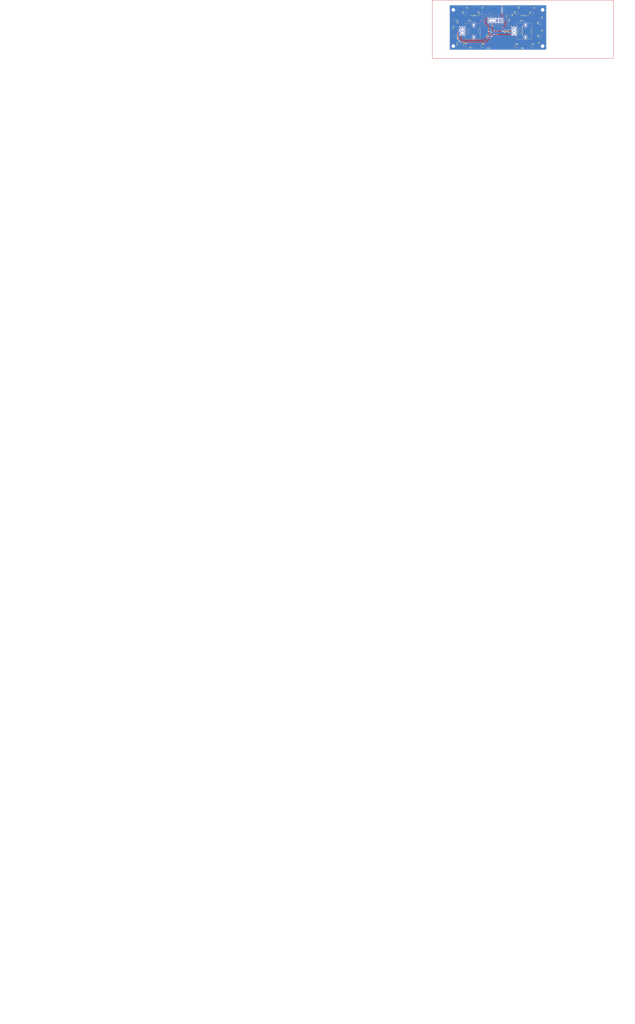
<source format=kicad_pcb>
(kicad_pcb
	(version 20240108)
	(generator "pcbnew")
	(generator_version "8.0")
	(general
		(thickness 1.6)
		(legacy_teardrops no)
	)
	(paper "A4")
	(layers
		(0 "F.Cu" signal)
		(31 "B.Cu" signal)
		(34 "B.Paste" user)
		(35 "F.Paste" user)
		(36 "B.SilkS" user "B.Silkscreen")
		(37 "F.SilkS" user "F.Silkscreen")
		(38 "B.Mask" user)
		(39 "F.Mask" user)
		(42 "Eco1.User" user "User.Ref")
		(44 "Edge.Cuts" user)
		(45 "Margin" user)
		(46 "B.CrtYd" user "B.Courtyard")
		(47 "F.CrtYd" user "F.Courtyard")
		(48 "B.Fab" user)
		(49 "F.Fab" user)
	)
	(setup
		(stackup
			(layer "F.SilkS"
				(type "Top Silk Screen")
				(color "White")
			)
			(layer "F.Paste"
				(type "Top Solder Paste")
			)
			(layer "F.Mask"
				(type "Top Solder Mask")
				(color "Black")
				(thickness 0.01)
			)
			(layer "F.Cu"
				(type "copper")
				(thickness 0.035)
			)
			(layer "dielectric 1"
				(type "core")
				(thickness 1.51)
				(material "FR4")
				(epsilon_r 4.5)
				(loss_tangent 0.02)
			)
			(layer "B.Cu"
				(type "copper")
				(thickness 0.035)
			)
			(layer "B.Mask"
				(type "Bottom Solder Mask")
				(color "Black")
				(thickness 0.01)
			)
			(layer "B.Paste"
				(type "Bottom Solder Paste")
			)
			(layer "B.SilkS"
				(type "Bottom Silk Screen")
				(color "White")
			)
			(copper_finish "None")
			(dielectric_constraints yes)
		)
		(pad_to_mask_clearance 0)
		(allow_soldermask_bridges_in_footprints no)
		(aux_axis_origin 96.35 106.5)
		(pcbplotparams
			(layerselection 0x00010fc_ffffffff)
			(plot_on_all_layers_selection 0x0000000_00000000)
			(disableapertmacros no)
			(usegerberextensions no)
			(usegerberattributes yes)
			(usegerberadvancedattributes yes)
			(creategerberjobfile yes)
			(dashed_line_dash_ratio 12.000000)
			(dashed_line_gap_ratio 3.000000)
			(svgprecision 4)
			(plotframeref no)
			(viasonmask no)
			(mode 1)
			(useauxorigin no)
			(hpglpennumber 1)
			(hpglpenspeed 20)
			(hpglpendiameter 15.000000)
			(pdf_front_fp_property_popups yes)
			(pdf_back_fp_property_popups yes)
			(dxfpolygonmode yes)
			(dxfimperialunits yes)
			(dxfusepcbnewfont yes)
			(psnegative no)
			(psa4output no)
			(plotreference no)
			(plotvalue no)
			(plotfptext yes)
			(plotinvisibletext no)
			(sketchpadsonfab no)
			(subtractmaskfromsilk no)
			(outputformat 1)
			(mirror no)
			(drillshape 0)
			(scaleselection 1)
			(outputdirectory "manufacturing/")
		)
	)
	(net 0 "")
	(net 1 "GND")
	(net 2 "+3V3")
	(net 3 "VBUS")
	(net 4 "Net-(D1-A)")
	(net 5 "Net-(D2-A)")
	(net 6 "/LED_PWR")
	(net 7 "Net-(D3-A)")
	(net 8 "Net-(D4-A)")
	(net 9 "Net-(D5-A)")
	(net 10 "Net-(D6-A)")
	(net 11 "/FLOOD")
	(net 12 "/INTEG")
	(net 13 "/PWM_1")
	(net 14 "Net-(D7-A)")
	(net 15 "Net-(D8-A)")
	(net 16 "Net-(D9-A)")
	(net 17 "Net-(D10-A)")
	(net 18 "Net-(D11-A)")
	(net 19 "Net-(D12-A)")
	(net 20 "unconnected-(J1-Pin_5-Pad5)")
	(net 21 "unconnected-(J1-Pin_6-Pad6)")
	(net 22 "unconnected-(J1-Pin_8-Pad8)")
	(net 23 "unconnected-(J1-Pin_3-Pad3)")
	(net 24 "Net-(D13-A)")
	(net 25 "Net-(D14-A)")
	(footprint "Resistor_SMD:R_0805_2012Metric" (layer "F.Cu") (at 108.35 73.875 -90))
	(footprint "LED_SMD:LED_0805_2012Metric" (layer "F.Cu") (at 127 92.2125 -90))
	(footprint "LED_SMD:LED_0805_2012Metric" (layer "F.Cu") (at 140.7125 92.2125 -90))
	(footprint "Resistor_SMD:R_0805_2012Metric" (layer "F.Cu") (at 101 88.9125 90))
	(footprint "MountingHole:MountingHole_2.2mm_M2" (layer "F.Cu") (at 168.35 103.5))
	(footprint "Resistor_SMD:R_0805_2012Metric" (layer "F.Cu") (at 166.35 81.5875 -90))
	(footprint "Resistor_SMD:R_0805_2012Metric" (layer "F.Cu") (at 160.35 73.875 -90))
	(footprint "MountingHole:MountingHole_2.2mm_M2" (layer "F.Cu") (at 99.35 103.5))
	(footprint "LED_SMD:LED_0805_2012Metric" (layer "F.Cu") (at 160.35 77.5 90))
	(footprint "MountingHole:MountingHole_2.2mm_M2" (layer "F.Cu") (at 168.35 75.5))
	(footprint "NiasStuff:Potentiometer_Alps_RK09L_Double_Vertical" (layer "F.Cu") (at 145.1 89.5))
	(footprint "LED_SMD:LED_0805_2012Metric" (layer "F.Cu") (at 148.3375 103.54))
	(footprint "LED_SMD:LED_0805_2012Metric" (layer "F.Cu") (at 120.35 77.5 90))
	(footprint "LED_SMD:LED_0805_2012Metric" (layer "F.Cu") (at 108.35 77.5 90))
	(footprint "NiasStuff:Potentiometer_Alps_RK09L_Double_Vertical" (layer "F.Cu") (at 105.125 89.5))
	(footprint "LED_SMD:LED_0805_2012Metric" (layer "F.Cu") (at 108.7125 103))
	(footprint "Resistor_SMD:R_0805_2012Metric" (layer "F.Cu") (at 152.5875 103.5 180))
	(footprint "LED_SMD:LED_0805_2012Metric" (layer "F.Cu") (at 166.35 95.5 90))
	(footprint "LED_SMD:LED_0805_2012Metric" (layer "F.Cu") (at 166.35 85.5 90))
	(footprint "Resistor_SMD:R_0603_1608Metric" (layer "F.Cu") (at 141 83.675 -90))
	(footprint "LED_SMD:LED_0805_2012Metric" (layer "F.Cu") (at 160.8375 103.5))
	(footprint "Resistor_SMD:R_0805_2012Metric" (layer "F.Cu") (at 104 101.5875 90))
	(footprint "Resistor_SMD:R_0805_2012Metric" (layer "F.Cu") (at 164 100.9125 -90))
	(footprint "LED_SMD:LED_0805_2012Metric" (layer "F.Cu") (at 148.35 77.5 90))
	(footprint "Package_TO_SOT_SMD:SOT-23" (layer "F.Cu") (at 141.95 79.3625 90))
	(footprint "Resistor_SMD:R_0805_2012Metric" (layer "F.Cu") (at 148.35 73.875 -90))
	(footprint "Resistor_SMD:R_0805_2012Metric" (layer "F.Cu") (at 120.35 73.875 -90))
	(footprint "MountingHole:MountingHole_2.2mm_M2" (layer "F.Cu") (at 99.35 75.5))
	(footprint "LED_SMD:LED_0805_2012Metric" (layer "F.Cu") (at 101 84.7125 -90))
	(footprint "LED_SMD:LED_0805_2012Metric" (layer "F.Cu") (at 122.2875 103.5))
	(footprint "LED_SMD:LED_0805_2012Metric" (layer "F.Cu") (at 101 96.7125 -90))
	(footprint "Resistor_SMD:R_0805_2012Metric" (layer "F.Cu") (at 126.5375 103.5 180))
	(footprint "Resistor_SMD:R_0805_2012Metric" (layer "F.Cu") (at 112.9125 103 180))
	(footprint "Resistor_SMD:R_0805_2012Metric" (layer "F.Cu") (at 137.5 92.0875 -90))
	(footprint "Resistor_SMD:R_0805_2012Metric" (layer "F.Cu") (at 166.35 91.5 -90))
	(footprint "Resistor_SMD:R_0805_2012Metric" (layer "F.Cu") (at 127 95.9125 90))
	(footprint "Connector_IDC:IDC-Header_2x05_P2.54mm_Vertical" (layer "B.Cu") (at 126.84 82.46 -90))
	(gr_line
		(start 83.1 68)
		(end 83.1 113)
		(stroke
			(width 0.2)
			(type default)
		)
		(layer "F.Cu")
		(uuid "4b03bcf9-9dd5-46df-afb3-9970c777eac5")
	)
	(gr_line
		(start 83.1 113)
		(end 223.1 113)
		(stroke
			(width 0.2)
			(type default)
		)
		(layer "F.Cu")
		(uuid "4faed209-0276-468d-816a-506e86e04431")
	)
	(gr_line
		(start 223.1 68)
		(end 83.1 68)
		(stroke
			(width 0.2)
			(type default)
		)
		(layer "F.Cu")
		(uuid "96a5ed7a-65e7-41ac-b188-2aaba73aa848")
	)
	(gr_line
		(start 223.1 113)
		(end 223.1 68)
		(stroke
			(width 0.2)
			(type default)
		)
		(layer "F.Cu")
		(uuid "eac38d42-fcfb-41d7-8417-b46d6c533051")
	)
	(gr_line
		(start 96.35 71.75)
		(end 171.35 71.75)
		(stroke
			(width 0.1)
			(type default)
		)
		(layer "Edge.Cuts")
		(uuid "02ec3058-b78c-47ca-8949-f3b7735ebd57")
	)
	(gr_line
		(start 96.35 106.5)
		(end 96.35 71.75)
		(stroke
			(width 0.1)
			(type default)
		)
		(layer "Edge.Cuts")
		(uuid "03f85010-09cc-4d1f-a1e6-528ed8bf3704")
	)
	(gr_line
		(start 171.35 71.75)
		(end 171.35 106.5)
		(stroke
			(width 0.1)
			(type default)
		)
		(layer "Edge.Cuts")
		(uuid "a207bc4f-e3db-4c47-b74b-8da3de20521e")
	)
	(gr_line
		(start 171.35 106.5)
		(end 96.35 106.5)
		(stroke
			(width 0.1)
			(type default)
		)
		(layer "Edge.Cuts")
		(uuid "d207b4a7-b548-4d94-adad-926b520ac1ee")
	)
	(gr_line
		(start 212.835037 219.32669)
		(end 206.992497 212.363791)
		(stroke
			(width 0.794009)
			(type solid)
		)
		(layer "F.Fab")
		(uuid "003dffd5-bef8-4308-8cea-51b54cf9286f")
	)
	(gr_line
		(start 108.504614 450.022421)
		(end 108.513295 450.365726)
		(stroke
			(width 0.576701)
			(type solid)
		)
		(layer "F.Fab")
		(uuid "00b0a027-818d-4cab-b29f-3e039832fd1a")
	)
	(gr_line
		(start -164.240497 780.344905)
		(end -164.240497 798.317141)
		(stroke
			(width 0.913409)
			(type solid)
		)
		(layer "F.Fab")
		(uuid "00c8719f-f7ca-457a-b86f-eb2bdebec79c")
	)
	(gr_line
		(start 162.475786 148.376832)
		(end 162.440581 148.839801)
		(stroke
			(width 0.576315)
			(type solid)
		)
		(layer "F.Fab")
		(uuid "00e96dca-ec2d-4ba8-8fe4-a5d11da4a337")
	)
	(gr_line
		(start 97.850466 455.711644)
		(end 97.598446 455.513597)
		(stroke
			(width 0.576701)
			(type solid)
		)
		(layer "F.Fab")
		(uuid "00f50bbd-9093-44f0-ac6b-f20ee7e8c2af")
	)
	(gr_line
		(start 69.500722 84.049522)
		(end 70.055548 83.979017)
		(stroke
			(width 0.700877)
			(type solid)
		)
		(layer "F.Fab")
		(uuid "00f8228c-82b8-40f2-a04c-654daf7f2959")
	)
	(gr_line
		(start -209.578248 103.845525)
		(end -209.00256 103.346852)
		(stroke
			(width 0.784935)
			(type solid)
		)
		(layer "F.Fab")
		(uuid "00fbd06e-d9df-443c-9f10-c47bb9bfff8e")
	)
	(gr_line
		(start -175.613376 736.094466)
		(end -175.613376 753.807993)
		(stroke
			(width 0.913409)
			(type solid)
		)
		(layer "F.Fab")
		(uuid "00fc48dc-794b-45d8-9b8f-9a5edcce2646")
	)
	(gr_line
		(start 80.670336 89.259669)
		(end 80.937278 89.723951)
		(stroke
			(width 0.700877)
			(type solid)
		)
		(layer "F.Fab")
		(uuid "0116f305-cbc0-4cec-aac7-f9dbc2ae3843")
	)
	(gr_line
		(start 185.695763 143.180498)
		(end 185.93289 142.810615)
		(stroke
			(width 0.576315)
			(type solid)
		)
		(layer "F.Fab")
		(uuid "01345f77-1358-4093-b92c-3f445385fc5c")
	)
	(gr_line
		(start 216.520885 440.855739)
		(end 238.223496 440.855739)
		(stroke
			(width 0.850441)
			(type solid)
		)
		(layer "F.Fab")
		(uuid "01570404-afab-4cfd-8123-7623f81804d0")
	)
	(gr_line
		(start 184.423015 146.975601)
		(end 184.480989 146.51936)
		(stroke
			(width 0.576315)
			(type solid)
		)
		(layer "F.Fab")
		(uuid "01997db7-94f6-4038-8d05-8848c44109af")
	)
	(gr_line
		(start -104.094659 298.944483)
		(end -104.295984 299.337565)
		(stroke
			(width 0.576315)
			(type solid)
		)
		(layer "F.Fab")
		(uuid "01a7d60e-023e-46a4-bce9-fc20579db536")
	)
	(gr_line
		(start 215.685237 459.321417)
		(end 215.653088 459.267772)
		(stroke
			(width 0.850441)
			(type solid)
		)
		(layer "F.Fab")
		(uuid "01c97ff6-5099-47c4-9a36-23fff7219257")
	)
	(gr_line
		(start -205.058742 180.886454)
		(end -204.633018 181.255264)
		(stroke
			(width 0.576974)
			(type solid)
		)
		(layer "F.Fab")
		(uuid "01f9c769-28ed-43b0-a760-73b2217f3fb4")
	)
	(gr_line
		(start 144.301874 148.839801)
		(end 144.26667 148.376832)
		(stroke
			(width 0.576315)
			(type solid)
		)
		(layer "F.Fab")
		(uuid "02016b62-dc95-4d96-b74e-342365852ea0")
	)
	(gr_line
		(start 162.440581 148.839801)
		(end 162.382606 149.296039)
		(stroke
			(width 0.576315)
			(type solid)
		)
		(layer "F.Fab")
		(uuid "02282d9f-6275-4512-9111-7eb927ab4f24")
	)
	(gr_line
		(start -202.205118 151.837936)
		(end -201.946008 152.34389)
		(stroke
			(width 0.576974)
			(type solid)
		)
		(layer "F.Fab")
		(uuid "0259d7bb-70b7-4333-a7ce-f19bbc863e06")
	)
	(gr_line
		(start 194.541272 193.361344)
		(end 198.793804 200.726991)
		(stroke
			(width 0.794009)
			(type solid)
		)
		(layer "F.Fab")
		(uuid "0267a4c3-4434-4b63-b09a-e6b6ea7e1dd7")
	)
	(gr_line
		(start 73.959707 105.746344)
		(end 73.423344 105.870142)
		(stroke
			(width 0.700877)
			(type solid)
		)
		(layer "F.Fab")
		(uuid "03189e47-b63a-41e3-ad65-150ab1d88583")
	)
	(gr_line
		(start -164.240497 762.597929)
		(end -164.240497 780.344905)
		(stroke
			(width 0.913409)
			(type solid)
		)
		(layer "F.Fab")
		(uuid "031b61f5-dd03-461f-a88f-46a8b0010f2c")
	)
	(gr_line
		(start 144.541817 150.186031)
		(end 144.440021 149.744974)
		(stroke
			(width 0.576315)
			(type solid)
		)
		(layer "F.Fab")
		(uuid "031c0702-0e98-413e-859b-4753768879e8")
	)
	(gr_line
		(start -210.129261 104.370867)
		(end -209.578248 103.845525)
		(stroke
			(width 0.784935)
			(type solid)
		)
		(layer "F.Fab")
		(uuid "03566dbd-3696-4de8-a473-345a4f875f1e")
	)
	(gr_line
		(start 145.153786 143.95535)
		(end 145.355111 143.562267)
		(stroke
			(width 0.576315)
			(type solid)
		)
		(layer "F.Fab")
		(uuid "037482ef-4ebc-4706-b10a-1349bec0c662")
	)
	(gr_line
		(start -178.895796 333.28189)
		(end -179.299619 333.464454)
		(stroke
			(width 0.576315)
			(type solid)
		)
		(layer "F.Fab")
		(uuid "038e9e17-622a-4cd7-842f-52dd94eeb95e")
	)
	(gr_line
		(start 157.323571 156.125128)
		(end 156.919748 156.307692)
		(stroke
			(width 0.576315)
			(type solid)
		)
		(layer "F.Fab")
		(uuid "03990b36-9d79-4c06-ac92-8c79505b75f2")
	)
	(gr_line
		(start 49.012069 110.100086)
		(end 49.806089 110.200982)
		(stroke
			(width 0.784935)
			(type solid)
		)
		(layer "F.Fab")
		(uuid "03a1b0bb-3f88-416e-b0f7-8d707f98ab40")
	)
	(gr_line
		(start 13.229812 98.820598)
		(end 13.055506 98.305459)
		(stroke
			(width 0.700877)
			(type solid)
		)
		(layer "F.Fab")
		(uuid "03c8f30e-18ef-43f4-a6f6-e5fbc5145390")
	)
	(gr_line
		(start -180.754704 736.094466)
		(end -175.613376 736.094466)
		(stroke
			(width 0.913409)
			(type solid)
		)
		(layer "F.Fab")
		(uuid "03e8c0cd-7752-4541-b9c0-d641e666116f")
	)
	(gr_line
		(start 32.528163 88.375168)
		(end 32.837269 88.809842)
		(stroke
			(width 0.700877)
			(type solid)
		)
		(layer "F.Fab")
		(uuid "03f515e6-00f0-4fcd-9ed7-6f23fb301aa7")
	)
	(gr_poly
		(pts
			(xy -210.40404 826.664511) (xy -216.895066 833.155502) (xy -216.895066 831.174295) (xy -210.40404 824.683232)
		)
		(stroke
			(width 0)
			(type solid)
		)
		(fill solid)
		(layer "F.Fab")
		(uuid "03fb575d-c752-43a7-970e-dc69fffe6acf")
	)
	(gr_line
		(start 44.973674 110.200982)
		(end 45.767693 110.100086)
		(stroke
			(width 0.784935)
			(type solid)
		)
		(layer "F.Fab")
		(uuid "041d0df4-16f9-4cc9-b66f-e8f8eb2394f9")
	)
	(gr_line
		(start -208.487793 178.918962)
		(end -207.954983 179.129066)
		(stroke
			(width 0.576974)
			(type solid)
		)
		(layer "F.Fab")
		(uuid "0455644e-f4f6-4d63-bc84-1530b987152c")
	)
	(gr_poly
		(pts
			(xy -161.897785 736.457207) (xy -161.821859 736.464453) (xy -161.747062 736.476388) (xy -161.673485 736.492895)
			(xy -161.601221 736.513858) (xy -161.530362 736.539159) (xy -161.461 736.568683) (xy -161.393228 736.602313)
			(xy -161.327138 736.639932) (xy -161.262823 736.681423) (xy -161.200374 736.726671) (xy -161.139884 736.775558)
			(xy -161.081444 736.827968) (xy -161.025149 736.883784) (xy -160.971089 736.94289) (xy -160.919357 737.00517)
			(xy -160.823246 737.138783) (xy -160.737555 737.28369) (xy -160.663021 737.438959) (xy -160.600383 737.603658)
			(xy -160.55038 737.776854) (xy -160.513749 737.957614) (xy -160.500679 738.05054) (xy -160.491229 738.145007)
			(xy -160.485492 738.240899) (xy -160.483558 738.338099) (xy -160.483558 823.135565) (xy -160.485492 823.232765)
			(xy -160.491229 823.328657) (xy -160.500679 823.423124) (xy -160.513749 823.516049) (xy -160.530347 823.607317)
			(xy -160.55038 823.69681) (xy -160.573756 823.784412) (xy -160.600383 823.870006) (xy -160.630169 823.953476)
			(xy -160.663021 824.034705) (xy -160.698847 824.113576) (xy -160.737555 824.189974) (xy -160.779052 824.263781)
			(xy -160.823246 824.334881) (xy -160.870045 824.403158) (xy -160.919357 824.468494) (xy -160.971089 824.530774)
			(xy -161.025149 824.58988) (xy -161.081444 824.645696) (xy -161.139884 824.698106) (xy -161.200374 824.746993)
			(xy -161.262823 824.792241) (xy -161.327138 824.833732) (xy -161.393228 824.871351) (xy -161.461 824.904981)
			(xy -161.530362 824.934505) (xy -161.601221 824.959806) (xy -161.673485 824.9
... [755824 chars truncated]
</source>
